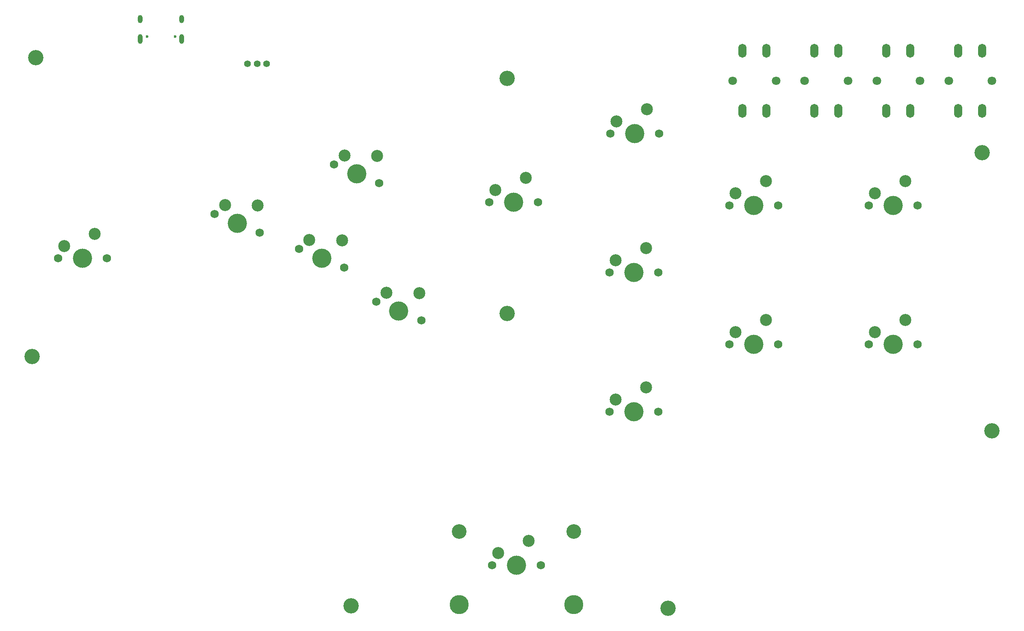
<source format=gbr>
%TF.GenerationSoftware,KiCad,Pcbnew,8.0.4*%
%TF.CreationDate,2024-07-22T23:57:25-07:00*%
%TF.ProjectId,leverless_controlller,6c657665-726c-4657-9373-5f636f6e7472,rev?*%
%TF.SameCoordinates,Original*%
%TF.FileFunction,Soldermask,Bot*%
%TF.FilePolarity,Negative*%
%FSLAX46Y46*%
G04 Gerber Fmt 4.6, Leading zero omitted, Abs format (unit mm)*
G04 Created by KiCad (PCBNEW 8.0.4) date 2024-07-22 23:57:25*
%MOMM*%
%LPD*%
G01*
G04 APERTURE LIST*
%ADD10C,1.750000*%
%ADD11C,4.000000*%
%ADD12C,2.500000*%
%ADD13C,1.800000*%
%ADD14O,1.700000X2.900000*%
%ADD15C,3.200000*%
%ADD16C,1.400000*%
%ADD17C,0.600000*%
%ADD18O,1.000000X2.000000*%
%ADD19O,1.000000X1.700000*%
%ADD20C,3.987800*%
%ADD21C,3.048000*%
G04 APERTURE END LIST*
D10*
%TO.C,SW9_HK1*%
X223823943Y-90000000D03*
D11*
X228903943Y-90000000D03*
D10*
X233983943Y-90000000D03*
D12*
X225093943Y-87460000D03*
X231443943Y-84920000D03*
%TD*%
D13*
%TO.C,SW11_START1*%
X195500000Y-35000000D03*
X204500000Y-35000000D03*
D14*
X197500000Y-41250000D03*
X197500000Y-28750000D03*
X202500000Y-41250000D03*
X202500000Y-28750000D03*
%TD*%
D15*
%TO.C,H6*%
X247500000Y-50000000D03*
%TD*%
D10*
%TO.C,SW20_RIGHT1*%
X121210635Y-81055968D03*
D11*
X125903943Y-83000000D03*
D10*
X130597251Y-84944032D03*
D12*
X123355978Y-79195322D03*
X130194629Y-79278708D03*
%TD*%
D10*
%TO.C,SW18_DOWN1*%
X105141464Y-70070330D03*
D11*
X109834772Y-72014362D03*
D10*
X114528080Y-73958394D03*
D12*
X107286807Y-68209684D03*
X114125458Y-68293070D03*
%TD*%
D15*
%TO.C,H4*%
X182000000Y-145000000D03*
%TD*%
D16*
%TO.C,J2*%
X98380000Y-31430000D03*
X96380000Y-31430000D03*
X94380000Y-31430000D03*
%TD*%
D10*
%TO.C,SW17_W1*%
X112431583Y-52470425D03*
D11*
X117124891Y-54414457D03*
D10*
X121818199Y-56358489D03*
D12*
X114576926Y-50609779D03*
X121415577Y-50693165D03*
%TD*%
D10*
%TO.C,SW3_MK1*%
X194823943Y-90000000D03*
D11*
X199903943Y-90000000D03*
D10*
X204983943Y-90000000D03*
D12*
X196093943Y-87460000D03*
X202443943Y-84920000D03*
%TD*%
D15*
%TO.C,H1*%
X50300000Y-30200000D03*
%TD*%
%TO.C,H2*%
X49500000Y-92500000D03*
%TD*%
D10*
%TO.C,SW2_LK1*%
X169823943Y-104000000D03*
D11*
X174903943Y-104000000D03*
D10*
X179983943Y-104000000D03*
D12*
X171093943Y-101460000D03*
X177443943Y-98920000D03*
%TD*%
D10*
%TO.C,SW8_DP1*%
X54920000Y-71991696D03*
D11*
X60000000Y-71991696D03*
D10*
X65080000Y-71991696D03*
D12*
X56190000Y-69451696D03*
X62540000Y-66911696D03*
%TD*%
%TO.C,SW12_THROW1*%
X152420000Y-55250000D03*
X146070000Y-57790000D03*
D10*
X154960000Y-60330000D03*
D11*
X149880000Y-60330000D03*
D10*
X144800000Y-60330000D03*
%TD*%
D15*
%TO.C,H3*%
X148500000Y-34500000D03*
%TD*%
%TO.C,H8*%
X116000000Y-144500000D03*
%TD*%
D17*
%TO.C,J1*%
X79270000Y-25795000D03*
X73490000Y-25795000D03*
D18*
X80700000Y-26295000D03*
D19*
X80700000Y-22100000D03*
D18*
X72060000Y-26295000D03*
D19*
X72060000Y-22100000D03*
%TD*%
D10*
%TO.C,SW5_MP1*%
X194823943Y-61000000D03*
D11*
X199903943Y-61000000D03*
D10*
X204983943Y-61000000D03*
D12*
X196093943Y-58460000D03*
X202443943Y-55920000D03*
%TD*%
D10*
%TO.C,SW6_DI1*%
X170004257Y-46000561D03*
D11*
X175084257Y-46000561D03*
D10*
X180164257Y-46000561D03*
D12*
X171274257Y-43460561D03*
X177624257Y-40920561D03*
%TD*%
D20*
%TO.C,S1*%
X162342094Y-144210876D03*
D21*
X162342094Y-129000876D03*
D20*
X138466094Y-144210876D03*
D21*
X138466094Y-129000876D03*
%TD*%
D10*
%TO.C,SW19_LEFT1*%
X87541559Y-62780211D03*
D11*
X92234867Y-64724243D03*
D10*
X96928175Y-66668275D03*
D12*
X89686902Y-60919565D03*
X96525553Y-61002951D03*
%TD*%
D10*
%TO.C,SW4_LP1*%
X169823943Y-75000000D03*
D11*
X174903943Y-75000000D03*
D10*
X179983943Y-75000000D03*
D12*
X171093943Y-72460000D03*
X177443943Y-69920000D03*
%TD*%
D10*
%TO.C,SW7_HP1*%
X223823943Y-61000000D03*
D11*
X228903943Y-61000000D03*
D10*
X233983943Y-61000000D03*
D12*
X225093943Y-58460000D03*
X231443943Y-55920000D03*
%TD*%
D15*
%TO.C,H5*%
X249500000Y-108000000D03*
%TD*%
D10*
%TO.C,SW16_SPACE1*%
X145324094Y-135985876D03*
D11*
X150404094Y-135985876D03*
D10*
X155484094Y-135985876D03*
D12*
X146594094Y-133445876D03*
X152944094Y-130905876D03*
%TD*%
D15*
%TO.C,H7*%
X148500000Y-83500000D03*
%TD*%
D13*
%TO.C,SW10_SHARE1*%
X210500000Y-35000000D03*
X219500000Y-35000000D03*
D14*
X212500000Y-41250000D03*
X212500000Y-28750000D03*
X217500000Y-41250000D03*
X217500000Y-28750000D03*
%TD*%
D13*
%TO.C,SW15_TOUCHPAD1*%
X240500000Y-35000000D03*
X249500000Y-35000000D03*
D14*
X242500000Y-41250000D03*
X242500000Y-28750000D03*
X247500000Y-41250000D03*
X247500000Y-28750000D03*
%TD*%
D13*
%TO.C,SW14_PS1*%
X225500000Y-35000000D03*
X234500000Y-35000000D03*
D14*
X227500000Y-41250000D03*
X227500000Y-28750000D03*
X232500000Y-41250000D03*
X232500000Y-28750000D03*
%TD*%
M02*

</source>
